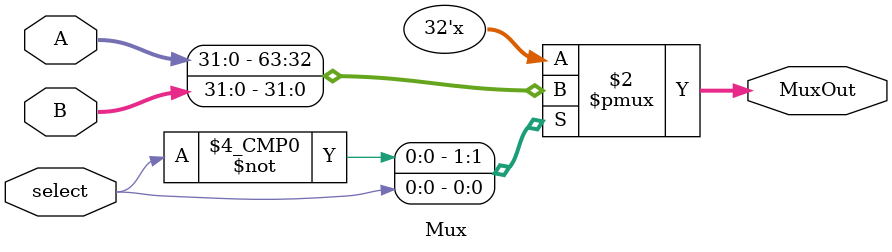
<source format=v>
module Mux(
	input [31:0] A,
	input [31:0] B,
	input select,
	output reg [31:0] MuxOut);

	always @(*)
	begin
		case(select) 
		2'b00: MuxOut = A;
		2'b01: MuxOut = B;
		default: MuxOut = 32'dx;
		endcase
	end 
endmodule
</source>
